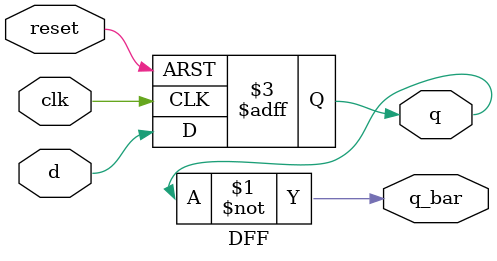
<source format=v>
`timescale 1ns / 1ps
/**************
Name: Partha Singha Roy
Date: 01-08-2023
***************/
module DFF(
    input wire d,clk,reset, 
    output reg q,
    output q_bar    
    );

    assign q_bar=~q;
    
    always @ (posedge clk, posedge reset) begin
        if(reset)
            q<=1'b0;
        else
            q<=d;
    end 
endmodule
</source>
